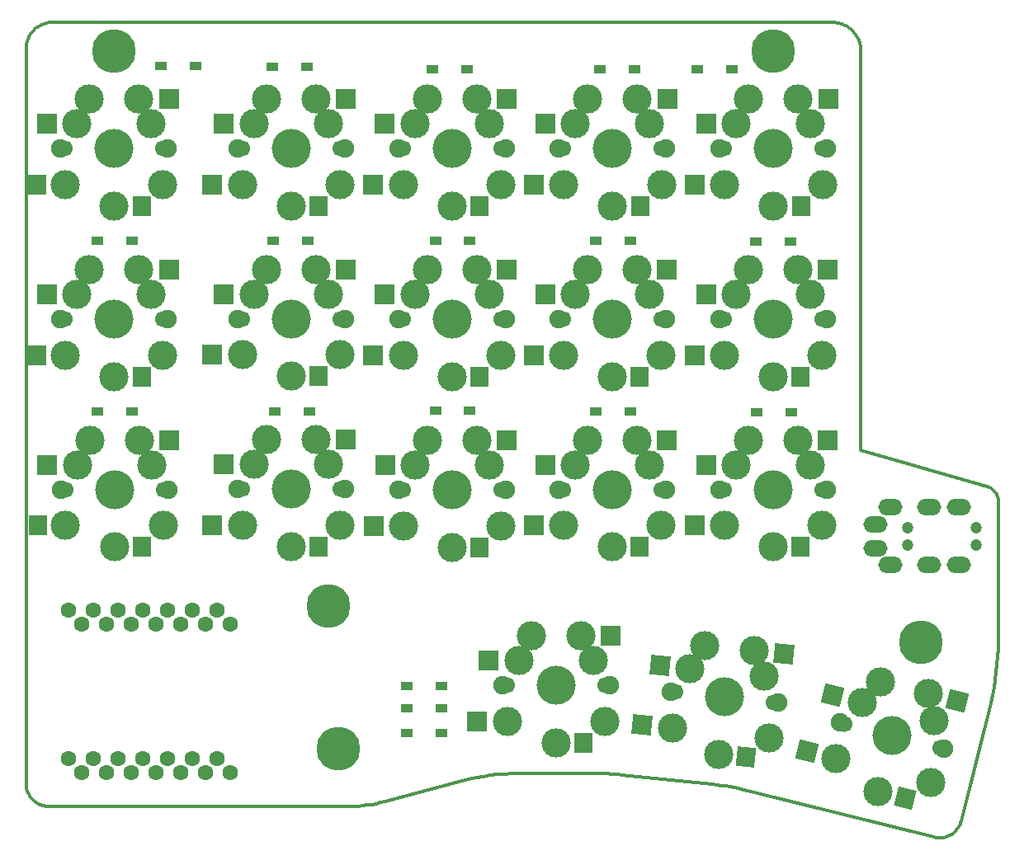
<source format=gbs>
%TF.GenerationSoftware,KiCad,Pcbnew,(6.0.6)*%
%TF.CreationDate,2022-10-07T23:53:13+09:00*%
%TF.ProjectId,split-mini,73706c69-742d-46d6-996e-692e6b696361,rev?*%
%TF.SameCoordinates,Original*%
%TF.FileFunction,Soldermask,Bot*%
%TF.FilePolarity,Negative*%
%FSLAX46Y46*%
G04 Gerber Fmt 4.6, Leading zero omitted, Abs format (unit mm)*
G04 Created by KiCad (PCBNEW (6.0.6)) date 2022-10-07 23:53:13*
%MOMM*%
%LPD*%
G01*
G04 APERTURE LIST*
G04 Aperture macros list*
%AMRotRect*
0 Rectangle, with rotation*
0 The origin of the aperture is its center*
0 $1 length*
0 $2 width*
0 $3 Rotation angle, in degrees counterclockwise*
0 Add horizontal line*
21,1,$1,$2,0,0,$3*%
G04 Aperture macros list end*
%TA.AperFunction,Profile*%
%ADD10C,0.349999*%
%TD*%
%ADD11C,3.000000*%
%ADD12C,1.700000*%
%ADD13C,1.900000*%
%ADD14C,4.000000*%
%ADD15R,2.000000X2.000000*%
%ADD16R,1.900000X2.000000*%
%ADD17R,1.300000X0.950000*%
%ADD18RotRect,2.000000X2.000000X174.000000*%
%ADD19RotRect,1.900000X2.000000X174.000000*%
%ADD20RotRect,2.000000X2.000000X166.000000*%
%ADD21RotRect,1.900000X2.000000X166.000000*%
%ADD22R,1.850000X2.000000*%
%ADD23C,4.500000*%
%ADD24C,1.200000*%
%ADD25O,2.500000X1.700000*%
%ADD26C,1.600000*%
G04 APERTURE END LIST*
D10*
X120734058Y-85321050D02*
X120746346Y-84517181D01*
X94563467Y-99773630D02*
X95006416Y-99879974D01*
X21067121Y-99747413D02*
X21097288Y-99856121D01*
X95006416Y-99879974D02*
X95006416Y-99879974D01*
X106613959Y-23464589D02*
X106588365Y-23321274D01*
X21022792Y-99525582D02*
X21042263Y-99637170D01*
X21450528Y-100558221D02*
X21520346Y-100647842D01*
X23314208Y-21027240D02*
X23182826Y-21050152D01*
X120663178Y-69673555D02*
X120617953Y-69555976D01*
X120429619Y-69232038D02*
X120350533Y-69135311D01*
X116257734Y-104147387D02*
X116337281Y-104072331D01*
X65730083Y-98890289D02*
X65730083Y-98890289D01*
X104737877Y-21174101D02*
X104602654Y-21128344D01*
X120306060Y-89309528D02*
X120440307Y-88517806D01*
X106647491Y-64950611D02*
X106647491Y-23907794D01*
X114417834Y-104707695D02*
X114531519Y-104721167D01*
X22319756Y-101272024D02*
X22422725Y-101317646D01*
X21325017Y-100370023D02*
X21385392Y-100465551D01*
X116831755Y-103339065D02*
X116873233Y-103232363D01*
X114869318Y-104727193D02*
X114980256Y-104718084D01*
X116678483Y-103640152D02*
X116734207Y-103543064D01*
X21793434Y-21793513D02*
X21700478Y-21891184D01*
X106069327Y-22166530D02*
X105982931Y-22056589D01*
X105588428Y-21662081D02*
X105478488Y-21575683D01*
X104870037Y-21226211D02*
X104737877Y-21174101D01*
X79268402Y-98118347D02*
X79619825Y-98120645D01*
X119962618Y-68817891D02*
X119849615Y-68758387D01*
X120725055Y-69920137D02*
X120699003Y-69795107D01*
X21042263Y-99637170D02*
X21067121Y-99747413D01*
X120699003Y-69795107D02*
X120663178Y-69673555D01*
X81724553Y-98230937D02*
X82074291Y-98265381D01*
X119606995Y-68666672D02*
X106647491Y-64950611D01*
X21218860Y-100171147D02*
X21269480Y-100271825D01*
X21049932Y-23182830D02*
X21027007Y-23314210D01*
X23078052Y-101482078D02*
X23191759Y-101490535D01*
X20997490Y-99184639D02*
X21000327Y-99299127D01*
X115907617Y-104406218D02*
X115999590Y-104347927D01*
X105694026Y-21753553D02*
X105588428Y-21662081D01*
X105891460Y-21950990D02*
X105795097Y-21849917D01*
X23306244Y-101493370D02*
X54168747Y-101493347D01*
X23715622Y-20997488D02*
X23715622Y-20997488D01*
X21992830Y-21612950D02*
X21891115Y-21700567D01*
X57823814Y-101011581D02*
X57823814Y-101011581D01*
X120746346Y-84517181D02*
X120746346Y-70178646D01*
X120563702Y-69442866D02*
X120500800Y-69334721D01*
X120744992Y-70113118D02*
X120740961Y-70048149D01*
X21114721Y-22925043D02*
X21079201Y-23053033D01*
X21000556Y-23580829D02*
X20997215Y-23715622D01*
X93224898Y-99501293D02*
X93672605Y-99584271D01*
X115411094Y-104628832D02*
X115514710Y-104593834D01*
X116618357Y-103733828D02*
X116678483Y-103640152D01*
X55553294Y-101425245D02*
X56012088Y-101372398D01*
X21932681Y-101040365D02*
X22025351Y-101105499D01*
X79971141Y-98127542D02*
X80322305Y-98139037D01*
X94118828Y-99675056D02*
X94563467Y-99773630D01*
X119965073Y-90880112D02*
X120147626Y-90097149D01*
X21520346Y-100647842D02*
X21594767Y-100734227D01*
X21843058Y-100970549D02*
X21932681Y-101040365D01*
X116413290Y-103993343D02*
X116485588Y-103910527D01*
X114980256Y-104718084D02*
X115090076Y-104703590D01*
X92325451Y-99358830D02*
X92775813Y-99426140D01*
X119790967Y-68731954D02*
X119730949Y-68707815D01*
X22207471Y-21454070D02*
X22098356Y-21530754D01*
X103737228Y-20997492D02*
X23715622Y-20997488D01*
X116088715Y-104285289D02*
X116174821Y-104218407D01*
X105982931Y-22056589D02*
X105891460Y-21950990D01*
X104034787Y-21012522D02*
X103886991Y-21001281D01*
X116337281Y-104072331D02*
X116413290Y-103993343D01*
X22634779Y-101393589D02*
X22743485Y-101423753D01*
X23182826Y-21050152D02*
X23053027Y-21079407D01*
X21156400Y-22799082D02*
X21114721Y-22925043D01*
X21700478Y-21891184D02*
X21612850Y-21992890D01*
X105364387Y-21494542D02*
X105246308Y-21418842D01*
X22435573Y-21317612D02*
X22319950Y-21382992D01*
X69367896Y-98227495D02*
X70105548Y-98166918D01*
X22925033Y-21114915D02*
X22799069Y-21156581D01*
X103737228Y-20997492D02*
X103737228Y-20997492D01*
X115812969Y-104460058D02*
X115907617Y-104406218D01*
X54631255Y-101485768D02*
X55092893Y-101463051D01*
X82074291Y-98265381D02*
X91421310Y-99247810D01*
X104464550Y-21089126D02*
X104323750Y-21056627D01*
X21010518Y-23446950D02*
X21000556Y-23580829D01*
X104180434Y-21031031D02*
X104034787Y-21012522D01*
X119606995Y-68666672D02*
X119606995Y-68666672D01*
X22098356Y-21530754D02*
X21992830Y-21612950D01*
X115514710Y-104593834D02*
X115616343Y-104553970D01*
X21453948Y-22207514D02*
X21382859Y-22319987D01*
X106418789Y-22774986D02*
X106360509Y-22646071D01*
X106470898Y-22907146D02*
X106418789Y-22774986D01*
X80322305Y-98139037D02*
X80673272Y-98155126D01*
X21673714Y-100817184D02*
X21673714Y-100817184D01*
X106643705Y-23758032D02*
X106632466Y-23610236D01*
X55092893Y-101463051D02*
X55553294Y-101425245D01*
X80673272Y-98155126D02*
X81023999Y-98175807D01*
X105246308Y-21418842D02*
X105124435Y-21348765D01*
X106647491Y-64950611D02*
X106647491Y-64950611D01*
X57823814Y-101011581D02*
X65730083Y-98890289D01*
X56468906Y-101304560D02*
X56923379Y-101221779D01*
X79268402Y-98118347D02*
X79268402Y-98118347D01*
X106296240Y-22520586D02*
X106226164Y-22398712D01*
X70105548Y-98166918D02*
X70845185Y-98130517D01*
X116940735Y-103010071D02*
X116940735Y-103010071D01*
X54168747Y-101493347D02*
X54168747Y-101493347D01*
X119730949Y-68707815D02*
X119669610Y-68686034D01*
X106647491Y-23907794D02*
X106643705Y-23758032D01*
X21204145Y-22675373D02*
X21156400Y-22799082D01*
X116554001Y-103823988D02*
X116618357Y-103733828D01*
X56012088Y-101372398D02*
X56468906Y-101304560D01*
X57375138Y-101124103D02*
X57823814Y-101011581D01*
X120746346Y-70178646D02*
X120744992Y-70113118D01*
X67900910Y-98420864D02*
X68632820Y-98312169D01*
X21000327Y-99299127D02*
X21008788Y-99412838D01*
X23053027Y-21079407D02*
X22925033Y-21114915D01*
X91421310Y-99247810D02*
X91873916Y-99299381D01*
X71586216Y-98118370D02*
X71586216Y-98118370D01*
X21382859Y-22319987D02*
X21317467Y-22435603D01*
X20997490Y-99184639D02*
X20997490Y-99184639D01*
X21673714Y-100817184D02*
X21756673Y-100896129D01*
X114189873Y-104662933D02*
X114189873Y-104662933D01*
X21612850Y-21992890D02*
X21530643Y-22098408D01*
X23191759Y-101490535D02*
X23306244Y-101493370D01*
X82074291Y-98265381D02*
X82074291Y-98265381D01*
X115090076Y-104703590D02*
X115198604Y-104683814D01*
X21891115Y-21700567D02*
X21793434Y-21793513D01*
X106632466Y-23610236D02*
X106613959Y-23464589D01*
X92775813Y-99426140D02*
X93224898Y-99501293D01*
X120697243Y-86123603D02*
X120734058Y-85321050D01*
X22965311Y-101468076D02*
X23078052Y-101482078D01*
X114757434Y-104730812D02*
X114869318Y-104727193D01*
X21756673Y-100896129D02*
X21843058Y-100970549D01*
X116940735Y-103010071D02*
X119965073Y-90880112D01*
X120734300Y-69983801D02*
X120725055Y-69920137D01*
X119669610Y-68686034D02*
X119606995Y-68666672D01*
X23580829Y-21000816D02*
X23446950Y-21010763D01*
X115999590Y-104347927D02*
X116088715Y-104285289D01*
X106226164Y-22398712D02*
X106150466Y-22280632D01*
X81374440Y-98201078D02*
X81724553Y-98230937D01*
X104998950Y-21284494D02*
X104870037Y-21226211D01*
X22120879Y-101165872D02*
X22219077Y-101221407D01*
X116485588Y-103910527D02*
X116554001Y-103823988D01*
X21079201Y-23053033D02*
X21049932Y-23182830D01*
X23446950Y-21010763D02*
X23314208Y-21027240D01*
X116909617Y-103122663D02*
X116940735Y-103010071D01*
X22554116Y-21258022D02*
X22435573Y-21317612D01*
X120147626Y-90097149D02*
X120306060Y-89309528D01*
X21530643Y-22098408D02*
X21453948Y-22207514D01*
X106588365Y-23321274D02*
X106555869Y-23180473D01*
X120635967Y-86924286D02*
X120697243Y-86123603D01*
X116873233Y-103232363D02*
X116909617Y-103122663D01*
X68632820Y-98312169D02*
X69367896Y-98227495D01*
X22743485Y-101423753D02*
X22853726Y-101448609D01*
X120440307Y-88517806D02*
X120550299Y-87722539D01*
X22527796Y-101358194D02*
X22634779Y-101393589D01*
X21132686Y-99963106D02*
X21173236Y-100068177D01*
X22025351Y-101105499D02*
X22120879Y-101165872D01*
X95006416Y-99879974D02*
X114189873Y-104662933D01*
X21385392Y-100465551D02*
X21450528Y-100558221D01*
X21008788Y-99412838D02*
X21022792Y-99525582D01*
X115198604Y-104683814D02*
X115305668Y-104658860D01*
X67172756Y-98553501D02*
X67900910Y-98420864D01*
X106150466Y-22280632D02*
X106069327Y-22166530D01*
X21097288Y-99856121D02*
X21132686Y-99963106D01*
X120500800Y-69334721D02*
X120429619Y-69232038D01*
X21027007Y-23314210D02*
X21010518Y-23446950D01*
X116174821Y-104218407D02*
X116257734Y-104147387D01*
X120263917Y-69045037D02*
X120170143Y-68961712D01*
X70845185Y-98130517D02*
X71586216Y-98118370D01*
X91421310Y-99247810D02*
X91421310Y-99247810D01*
X22675355Y-21204314D02*
X22554116Y-21258022D01*
X21257865Y-22554139D02*
X21204145Y-22675373D01*
X22422725Y-101317646D02*
X22527796Y-101358194D01*
X114644776Y-104728838D02*
X114757434Y-104730812D01*
X116734207Y-103543064D02*
X116785355Y-103442667D01*
X120350533Y-69135311D02*
X120263917Y-69045037D01*
X120550299Y-87722539D02*
X120635967Y-86924286D01*
X21594767Y-100734227D02*
X21673714Y-100817184D01*
X106360509Y-22646071D02*
X106296240Y-22520586D01*
X79619825Y-98120645D02*
X79971141Y-98127542D01*
X115715821Y-104509343D02*
X115812969Y-104460058D01*
X120746346Y-70178646D02*
X120746346Y-70178646D01*
X20997215Y-23715622D02*
X20997215Y-23715622D01*
X104323750Y-21056627D02*
X104180434Y-21031031D01*
X71586216Y-98118370D02*
X79268402Y-98118347D01*
X105795097Y-21849917D02*
X105694026Y-21753553D01*
X119849615Y-68758387D02*
X119790967Y-68731954D01*
X54168747Y-101493347D02*
X54631255Y-101485768D01*
X116785355Y-103442667D02*
X116831755Y-103339065D01*
X120170143Y-68961712D02*
X120069586Y-68885831D01*
X66448951Y-98710002D02*
X67172756Y-98553501D01*
X104602654Y-21128344D02*
X104464550Y-21089126D01*
X114189873Y-104662933D02*
X114303894Y-104688319D01*
X22799069Y-21156581D02*
X22675355Y-21204314D01*
X120746346Y-84517181D02*
X120746346Y-84517181D01*
X120617953Y-69555976D02*
X120563702Y-69442866D01*
X114303894Y-104688319D02*
X114417834Y-104707695D01*
X106555869Y-23180473D02*
X106516652Y-23042369D01*
X65730083Y-98890289D02*
X66448951Y-98710002D01*
X81023999Y-98175807D02*
X81374440Y-98201078D01*
X21173236Y-100068177D02*
X21218860Y-100171147D01*
X115616343Y-104553970D02*
X115715821Y-104509343D01*
X106516652Y-23042369D02*
X106470898Y-22907146D01*
X23715622Y-20997488D02*
X23580829Y-21000816D01*
X120740961Y-70048149D02*
X120734300Y-69983801D01*
X22219077Y-101221407D02*
X22319756Y-101272024D01*
X56923379Y-101221779D02*
X57375138Y-101124103D01*
X103886991Y-21001281D02*
X103737228Y-20997492D01*
X22853726Y-101448609D02*
X22965311Y-101468076D01*
X105478488Y-21575683D02*
X105364387Y-21494542D01*
X119965073Y-90880112D02*
X119965073Y-90880112D01*
X105124435Y-21348765D02*
X104998950Y-21284494D01*
X21793434Y-21793513D02*
X21793434Y-21793513D01*
X93672605Y-99584271D02*
X94118828Y-99675056D01*
X21317467Y-22435603D02*
X21257865Y-22554139D01*
X20997215Y-23715622D02*
X20997490Y-99184639D01*
X23306244Y-101493370D02*
X23306244Y-101493370D01*
X22319950Y-21382992D02*
X22207471Y-21454070D01*
X91873916Y-99299381D02*
X92325451Y-99358830D01*
X120069586Y-68885831D02*
X119962618Y-68817891D01*
X21269480Y-100271825D02*
X21325017Y-100370023D01*
X115305668Y-104658860D02*
X115411094Y-104628832D01*
X114531519Y-104721167D02*
X114644776Y-104728838D01*
D11*
%TO.C,SW10*%
X92680000Y-55170000D03*
D12*
X102760000Y-51470000D03*
D11*
X97680000Y-57370000D03*
D13*
X103180000Y-51470000D03*
D11*
X101490000Y-48930000D03*
D14*
X97680000Y-51470000D03*
D11*
X95140000Y-46390000D03*
X93870000Y-48930000D03*
X100220000Y-46390000D03*
X102680000Y-55170000D03*
D12*
X92600000Y-51470000D03*
D13*
X92180000Y-51470000D03*
D15*
X90780000Y-48930000D03*
X89580000Y-55170000D03*
D16*
X100480000Y-57370000D03*
D15*
X103280000Y-46390000D03*
%TD*%
D17*
%TO.C,D13*%
X62985000Y-60890000D03*
X66535000Y-60890000D03*
%TD*%
D11*
%TO.C,SW13*%
X59740000Y-72680000D03*
D12*
X69820000Y-68980000D03*
D11*
X64740000Y-74880000D03*
D13*
X70240000Y-68980000D03*
D11*
X68550000Y-66440000D03*
D14*
X64740000Y-68980000D03*
D11*
X62200000Y-63900000D03*
X60930000Y-66440000D03*
X67280000Y-63900000D03*
X69740000Y-72680000D03*
D12*
X59660000Y-68980000D03*
D13*
X59240000Y-68980000D03*
D15*
X57840000Y-66440000D03*
X56640000Y-72680000D03*
D16*
X67540000Y-74880000D03*
D15*
X70340000Y-63900000D03*
%TD*%
D11*
%TO.C,SW9*%
X76170000Y-55160000D03*
D12*
X86250000Y-51460000D03*
D11*
X81170000Y-57360000D03*
D13*
X86670000Y-51460000D03*
D11*
X84980000Y-48920000D03*
D14*
X81170000Y-51460000D03*
D11*
X78630000Y-46380000D03*
X77360000Y-48920000D03*
X83710000Y-46380000D03*
X86170000Y-55160000D03*
D12*
X76090000Y-51460000D03*
D13*
X75670000Y-51460000D03*
D15*
X74270000Y-48920000D03*
X73070000Y-55160000D03*
D16*
X83970000Y-57360000D03*
D15*
X86770000Y-46380000D03*
%TD*%
D17*
%TO.C,D10*%
X95865000Y-43530000D03*
X99415000Y-43530000D03*
%TD*%
D11*
%TO.C,SW7*%
X43180000Y-55150000D03*
D12*
X53260000Y-51450000D03*
D11*
X48180000Y-57350000D03*
D13*
X53680000Y-51450000D03*
D11*
X51990000Y-48910000D03*
D14*
X48180000Y-51450000D03*
D11*
X45640000Y-46370000D03*
X44370000Y-48910000D03*
X50720000Y-46370000D03*
X53180000Y-55150000D03*
D12*
X43100000Y-51450000D03*
D13*
X42680000Y-51450000D03*
D15*
X41280000Y-48910000D03*
X40080000Y-55150000D03*
D16*
X50980000Y-57350000D03*
D15*
X53780000Y-46370000D03*
%TD*%
D11*
%TO.C,SW17*%
X87293535Y-93443789D03*
D12*
X97705071Y-90817705D03*
D11*
X92036182Y-96154379D03*
D13*
X98122770Y-90861607D03*
D11*
X96707531Y-88158868D03*
D14*
X92652900Y-90286700D03*
D11*
X90657819Y-84969026D03*
X89129274Y-87362361D03*
X95709990Y-85500031D03*
X97238754Y-94489073D03*
D12*
X87600729Y-89755695D03*
D13*
X87183030Y-89711793D03*
D18*
X86056201Y-87039368D03*
X84210517Y-93119750D03*
D19*
X94820843Y-96447059D03*
D18*
X98753227Y-85819888D03*
%TD*%
D11*
%TO.C,SW6*%
X25040000Y-55160000D03*
D12*
X35120000Y-51460000D03*
D11*
X30040000Y-57360000D03*
D13*
X35540000Y-51460000D03*
D11*
X33850000Y-48920000D03*
D14*
X30040000Y-51460000D03*
D11*
X27500000Y-46380000D03*
X26230000Y-48920000D03*
X32580000Y-46380000D03*
X35040000Y-55160000D03*
D12*
X24960000Y-51460000D03*
D13*
X24540000Y-51460000D03*
D15*
X23140000Y-48920000D03*
D16*
X22100000Y-55160000D03*
X32840000Y-57360000D03*
D15*
X35640000Y-46380000D03*
%TD*%
D11*
%TO.C,SW11*%
X25050000Y-72660000D03*
D12*
X35130000Y-68960000D03*
D11*
X30050000Y-74860000D03*
D13*
X35550000Y-68960000D03*
D11*
X33860000Y-66420000D03*
D14*
X30050000Y-68960000D03*
D11*
X27510000Y-63880000D03*
X26240000Y-66420000D03*
X32590000Y-63880000D03*
X35050000Y-72660000D03*
D12*
X24970000Y-68960000D03*
D13*
X24550000Y-68960000D03*
D15*
X23150000Y-66420000D03*
D16*
X22200000Y-72660000D03*
X32850000Y-74860000D03*
D15*
X35650000Y-63880000D03*
%TD*%
D11*
%TO.C,SW3*%
X59710000Y-37650000D03*
D12*
X69790000Y-33950000D03*
D11*
X64710000Y-39850000D03*
D13*
X70210000Y-33950000D03*
D11*
X68520000Y-31410000D03*
D14*
X64710000Y-33950000D03*
D11*
X62170000Y-28870000D03*
X60900000Y-31410000D03*
X67250000Y-28870000D03*
X69710000Y-37650000D03*
D12*
X59630000Y-33950000D03*
D13*
X59210000Y-33950000D03*
D15*
X57810000Y-31410000D03*
X56610000Y-37650000D03*
D16*
X67510000Y-39850000D03*
D15*
X70310000Y-28870000D03*
%TD*%
%TO.C,SW5*%
X103290000Y-28880000D03*
D16*
X100490000Y-39860000D03*
D15*
X89590000Y-37660000D03*
X90790000Y-31420000D03*
D13*
X92190000Y-33960000D03*
D12*
X92610000Y-33960000D03*
D11*
X102690000Y-37660000D03*
X100230000Y-28880000D03*
X93880000Y-31420000D03*
X95150000Y-28880000D03*
D14*
X97690000Y-33960000D03*
D11*
X101500000Y-31420000D03*
D13*
X103190000Y-33960000D03*
D11*
X97690000Y-39860000D03*
D12*
X102770000Y-33960000D03*
D11*
X92690000Y-37660000D03*
%TD*%
%TO.C,SW15*%
X92670000Y-72660000D03*
D12*
X102750000Y-68960000D03*
D11*
X97670000Y-74860000D03*
D13*
X103170000Y-68960000D03*
D11*
X101480000Y-66420000D03*
D14*
X97670000Y-68960000D03*
D11*
X95130000Y-63880000D03*
X93860000Y-66420000D03*
X100210000Y-63880000D03*
X102670000Y-72660000D03*
D12*
X92590000Y-68960000D03*
D13*
X92170000Y-68960000D03*
D15*
X90770000Y-66420000D03*
X89570000Y-72660000D03*
D16*
X100470000Y-74860000D03*
D15*
X103270000Y-63880000D03*
%TD*%
D11*
%TO.C,SW16*%
X70370000Y-92780000D03*
D12*
X80450000Y-89080000D03*
D11*
X75370000Y-94980000D03*
D13*
X80870000Y-89080000D03*
D11*
X79180000Y-86540000D03*
D14*
X75370000Y-89080000D03*
D11*
X72830000Y-84000000D03*
X71560000Y-86540000D03*
X77910000Y-84000000D03*
X80370000Y-92780000D03*
D12*
X70290000Y-89080000D03*
D13*
X69870000Y-89080000D03*
D15*
X68470000Y-86540000D03*
X67270000Y-92780000D03*
D16*
X78170000Y-94980000D03*
D15*
X80970000Y-84000000D03*
%TD*%
D20*
%TO.C,SW18*%
X116531719Y-90664660D03*
D21*
X111158589Y-100641126D03*
D20*
X101114594Y-95869527D03*
X103788541Y-90105188D03*
D13*
X104532474Y-92908430D03*
D12*
X104939998Y-93010037D03*
D11*
X113825468Y-99038704D03*
X113562614Y-89924379D03*
X106786755Y-90852726D03*
X108633512Y-88695416D03*
D14*
X109869100Y-94239000D03*
D11*
X114180408Y-92696171D03*
D13*
X115205726Y-95569570D03*
D11*
X108441761Y-99963745D03*
D12*
X114798202Y-95467963D03*
D11*
X104122510Y-96619485D03*
%TD*%
%TO.C,SW8*%
X59710000Y-55160000D03*
D12*
X69790000Y-51460000D03*
D11*
X64710000Y-57360000D03*
D13*
X70210000Y-51460000D03*
D11*
X68520000Y-48920000D03*
D14*
X64710000Y-51460000D03*
D11*
X62170000Y-46380000D03*
X60900000Y-48920000D03*
X67250000Y-46380000D03*
X69710000Y-55160000D03*
D12*
X59630000Y-51460000D03*
D13*
X59210000Y-51460000D03*
D15*
X57810000Y-48920000D03*
X56610000Y-55160000D03*
D16*
X67510000Y-57360000D03*
D15*
X70310000Y-46380000D03*
%TD*%
D11*
%TO.C,SW2*%
X43170000Y-37650000D03*
D12*
X53250000Y-33950000D03*
D11*
X48170000Y-39850000D03*
D13*
X53670000Y-33950000D03*
D11*
X51980000Y-31410000D03*
D14*
X48170000Y-33950000D03*
D11*
X45630000Y-28870000D03*
X44360000Y-31410000D03*
X50710000Y-28870000D03*
X53170000Y-37650000D03*
D12*
X43090000Y-33950000D03*
D13*
X42670000Y-33950000D03*
D15*
X41270000Y-31410000D03*
X40070000Y-37650000D03*
D16*
X50970000Y-39850000D03*
D15*
X53770000Y-28870000D03*
%TD*%
D11*
%TO.C,SW12*%
X43180000Y-72640000D03*
D12*
X53260000Y-68940000D03*
D11*
X48180000Y-74840000D03*
D13*
X53680000Y-68940000D03*
D11*
X51990000Y-66400000D03*
D14*
X48180000Y-68940000D03*
D11*
X45640000Y-63860000D03*
X44370000Y-66400000D03*
X50720000Y-63860000D03*
X53180000Y-72640000D03*
D12*
X43100000Y-68940000D03*
D13*
X42680000Y-68940000D03*
D15*
X41280000Y-66400000D03*
X40080000Y-72640000D03*
D16*
X50980000Y-74840000D03*
D15*
X53780000Y-63860000D03*
%TD*%
D11*
%TO.C,SW14*%
X76160000Y-72660000D03*
D12*
X86240000Y-68960000D03*
D11*
X81160000Y-74860000D03*
D13*
X86660000Y-68960000D03*
D11*
X84970000Y-66420000D03*
D14*
X81160000Y-68960000D03*
D11*
X78620000Y-63880000D03*
X77350000Y-66420000D03*
X83700000Y-63880000D03*
X86160000Y-72660000D03*
D12*
X76080000Y-68960000D03*
D13*
X75660000Y-68960000D03*
D15*
X74260000Y-66420000D03*
X73060000Y-72660000D03*
D16*
X83960000Y-74860000D03*
D15*
X86760000Y-63880000D03*
%TD*%
D11*
%TO.C,SW1*%
X25040000Y-37630000D03*
D12*
X35120000Y-33930000D03*
D11*
X30040000Y-39830000D03*
D13*
X35540000Y-33930000D03*
D11*
X33850000Y-31390000D03*
D14*
X30040000Y-33930000D03*
D11*
X27500000Y-28850000D03*
X26230000Y-31390000D03*
X32580000Y-28850000D03*
X35040000Y-37630000D03*
D12*
X24960000Y-33930000D03*
D13*
X24540000Y-33930000D03*
D15*
X23140000Y-31390000D03*
D22*
X22100000Y-37630000D03*
D16*
X32840000Y-39830000D03*
D15*
X35640000Y-28850000D03*
%TD*%
D11*
%TO.C,SW4*%
X76180000Y-37630000D03*
D12*
X86260000Y-33930000D03*
D11*
X81180000Y-39830000D03*
D13*
X86680000Y-33930000D03*
D11*
X84990000Y-31390000D03*
D14*
X81180000Y-33930000D03*
D11*
X78640000Y-28850000D03*
X77370000Y-31390000D03*
X83720000Y-28850000D03*
X86180000Y-37630000D03*
D12*
X76100000Y-33930000D03*
D13*
X75680000Y-33930000D03*
D15*
X74280000Y-31390000D03*
X73080000Y-37630000D03*
D16*
X83980000Y-39830000D03*
D15*
X86780000Y-28850000D03*
%TD*%
D17*
%TO.C,D7*%
X46315000Y-43410000D03*
X49865000Y-43410000D03*
%TD*%
%TO.C,D6*%
X28305000Y-43450000D03*
X31855000Y-43450000D03*
%TD*%
%TO.C,D9*%
X79415000Y-43450000D03*
X82965000Y-43450000D03*
%TD*%
%TO.C,D16*%
X60055000Y-89150000D03*
X63605000Y-89150000D03*
%TD*%
%TO.C,D11*%
X28315000Y-60950000D03*
X31865000Y-60950000D03*
%TD*%
%TO.C,D14*%
X79475000Y-60910000D03*
X83025000Y-60910000D03*
%TD*%
%TO.C,D17*%
X60035000Y-91450000D03*
X63585000Y-91450000D03*
%TD*%
D23*
%TO.C,HOLE3*%
X52020000Y-80950000D03*
%TD*%
D17*
%TO.C,D1*%
X34795000Y-25440000D03*
X38345000Y-25440000D03*
%TD*%
D23*
%TO.C,HOLE5*%
X112800000Y-84690000D03*
%TD*%
D17*
%TO.C,D18*%
X60075000Y-93940000D03*
X63625000Y-93940000D03*
%TD*%
D23*
%TO.C,HOLE4*%
X53040000Y-95600000D03*
%TD*%
D17*
%TO.C,D4*%
X79895000Y-25820000D03*
X83445000Y-25820000D03*
%TD*%
D24*
%TO.C,J1*%
X118460000Y-74625000D03*
X111460000Y-74625000D03*
X118460000Y-72875000D03*
X111460000Y-72875000D03*
D25*
X108160000Y-74975000D03*
X108160000Y-72525000D03*
X116660000Y-76725000D03*
X116660000Y-70775000D03*
X113660000Y-76725000D03*
X113660000Y-70775000D03*
X109660000Y-76725000D03*
X109660000Y-70775000D03*
%TD*%
D17*
%TO.C,D3*%
X62715000Y-25820000D03*
X66265000Y-25820000D03*
%TD*%
D23*
%TO.C,HOLE2*%
X97680000Y-23950000D03*
%TD*%
D26*
%TO.C,U1*%
X26686500Y-98011200D03*
X25387500Y-81378700D03*
X27927500Y-81378700D03*
X29226500Y-98011200D03*
X30467500Y-81378700D03*
X31766500Y-98011200D03*
X34306500Y-98011200D03*
X33007500Y-81378700D03*
X35547500Y-81378700D03*
X36846500Y-98011200D03*
X38087500Y-81378700D03*
X39386500Y-98011200D03*
X40627500Y-81378700D03*
X41926500Y-98011200D03*
X41926500Y-82776200D03*
X40627500Y-96613700D03*
X39386500Y-82776200D03*
X38087500Y-96613700D03*
X35547500Y-96613700D03*
X36846500Y-82776200D03*
X34306500Y-82776200D03*
X33007500Y-96613700D03*
X31766500Y-82776200D03*
X30467500Y-96613700D03*
X27927500Y-96613700D03*
X29226500Y-82776200D03*
X26686500Y-82776200D03*
X25387500Y-96613700D03*
%TD*%
D17*
%TO.C,D15*%
X95985000Y-61020000D03*
X99535000Y-61020000D03*
%TD*%
D23*
%TO.C,HOLE1*%
X30040000Y-23950000D03*
%TD*%
D17*
%TO.C,D5*%
X89885000Y-25800000D03*
X93435000Y-25800000D03*
%TD*%
%TO.C,D8*%
X62985000Y-43450000D03*
X66535000Y-43450000D03*
%TD*%
%TO.C,D2*%
X46245000Y-25530000D03*
X49795000Y-25530000D03*
%TD*%
%TO.C,D12*%
X46535000Y-60920000D03*
X50085000Y-60920000D03*
%TD*%
M02*

</source>
